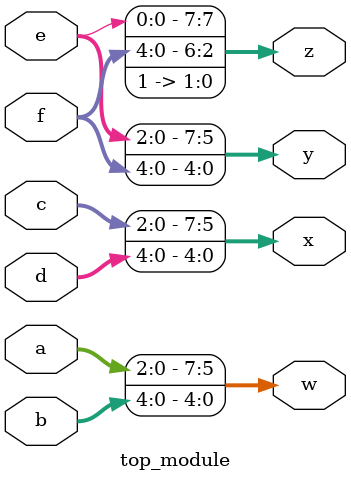
<source format=sv>
module top_module (
	input [4:0] a,
	input [4:0] b,
	input [4:0] c,
	input [4:0] d,
	input [4:0] e,
	input [4:0] f,
	output [7:0] w,
	output [7:0] x,
	output [7:0] y,
	output [7:0] z
);

	assign w = {a[4:0], b[4:0]};
	assign x = {c[4:0], d[4:0]};
	assign y = {e[4:0], f[4:0]};
	assign z = {y[7:0], 2'b11};

endmodule

</source>
